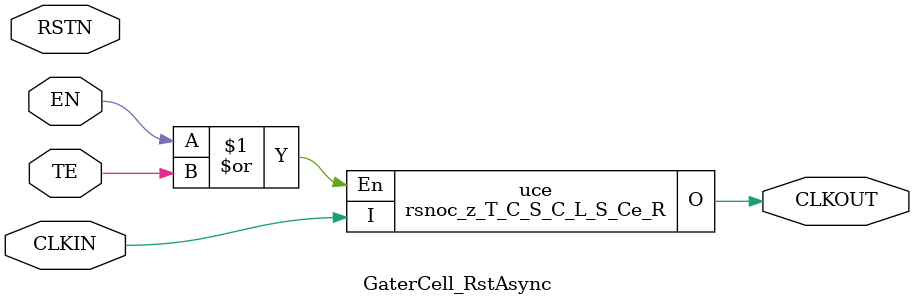
<source format=v>



// Generated by FlexNoC
// Tool Version 4.7.0
// Platform     centos:7
// Date         Tue Sep 13 13:44:24 2022


// FlexNoC version    : 4.7.0
// PDD File           : /home/aptashko/GEMINI/design/ip/FlexNoC/rsnoc_arch_edit.pdd
// Exported Structure : /Specification.Architecture.Structure
// ExportOption       : /verilog

`timescale 1ps/1ps
module rsnoc_z_T_C_S_C_L_S_Ce_R ( En , I , O );
	input   En ;
	input   I  ;
	output  O  ;
//	reg  LatchedEn ;
//	always @( I or En )		if ( I == 0)
//			LatchedEn <= #1.0 ( En );
//assign O = LatchedEn && I;
assign O = I;
endmodule

`ifndef SIM_GATERCELL_RSTASYNC
`define SIM_GATERCELL_RSTASYNC
`timescale 1ps/1ps
module GaterCell_RstAsync ( CLKIN , CLKOUT , EN , RSTN , TE );
	input   CLKIN  ;
	output  CLKOUT ;
	input   EN     ;
	input   RSTN   ;
	input   TE     ;
	rsnoc_z_T_C_S_C_L_S_Ce_R uce( .En( EN | TE ) , .I( CLKIN ) , .O( CLKOUT ) );
endmodule
`endif



</source>
